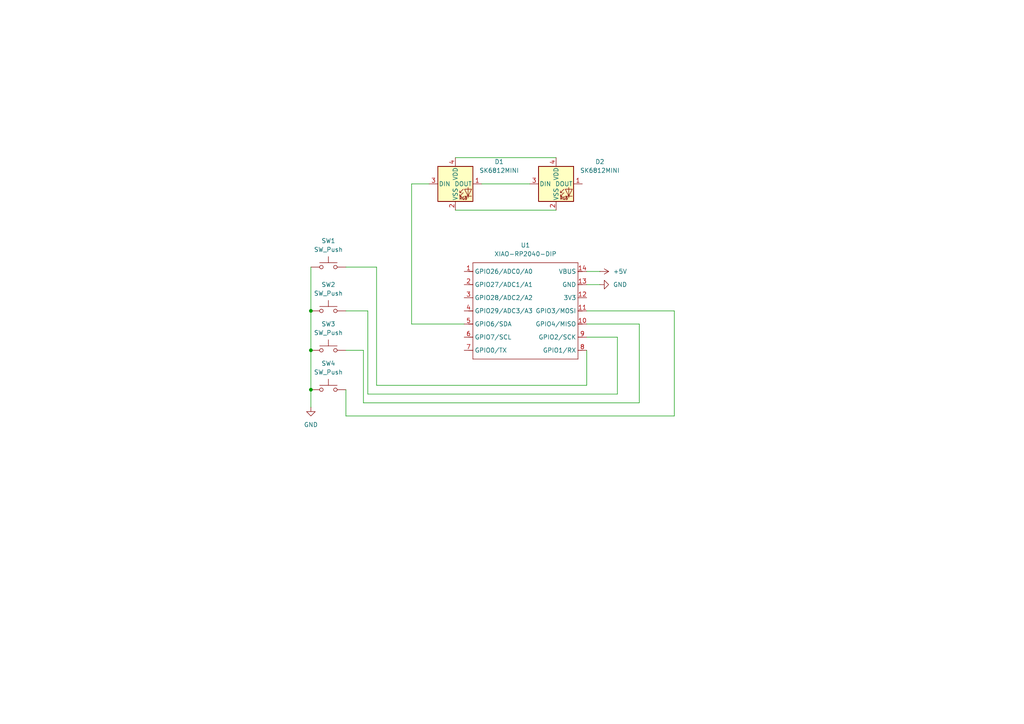
<source format=kicad_sch>
(kicad_sch (version 20250114) (generator "eeschema") (generator_version "9.0")
  (paper "A4")
  (lib_symbols
    (symbol "LED:SK6812MINI" (pin_names (offset 0.254))
      (property "Reference" "D" (at 5.08 5.715 0))
      (property "Value" "SK6812MINI" (at 1.27 -5.715 0))
      (symbol "SK6812MINI_0_0"
        (text "RGB" (at 2.286 -4.191 0) (effects (font (size 0.762 0.762))))
      )
      (symbol "SK6812MINI_0_1"
        (polyline (pts (xy 1.27 -2.54) (xy 1.778 -2.54)))
        (polyline (pts (xy 1.27 -3.556) (xy 1.778 -3.556)))
        (polyline (pts (xy 2.286 -1.524) (xy 1.27 -2.54) (xy 1.27 -2.032)))
        (polyline (pts (xy 2.286 -2.54) (xy 1.27 -3.556) (xy 1.27 -3.048)))
        (polyline (pts (xy 3.683 -1.016) (xy 3.683 -3.556) (xy 3.683 -4.064)))
        (polyline (pts (xy 4.699 -1.524) (xy 2.667 -1.524) (xy 3.683 -3.556) (xy 4.699 -1.524)))
        (polyline (pts (xy 4.699 -3.556) (xy 2.667 -3.556)))
        (rectangle (start 5.08 5.08) (end -5.08 -5.08) (stroke (width 0.254)) (fill (type background)))
      )
      (symbol "SK6812MINI_1_1"
        (pin input line (at -7.62 0 0) (length 2.54) (name "DIN") (number "3"))
        (pin power_in line (at 0 7.62 270) (length 2.54) (name "VDD") (number "4"))
        (pin power_in line (at 0 -7.62 90) (length 2.54) (name "VSS") (number "2"))
        (pin output line (at 7.62 0 180) (length 2.54) (name "DOUT") (number "1"))
      )
    )
    (symbol "OPL:XIAO-RP2040-DIP"
      (property "Reference" "U" (at 0 0 0))
      (property "Value" "XIAO-RP2040-DIP" (at 5.334 -1.778 0))
      (symbol "XIAO-RP2040-DIP_1_0"
        (polyline (pts (xy -1.27 -2.54) (xy 29.21 -2.54)) (stroke (width 0.1524)))
        (polyline (pts (xy -1.27 -5.08) (xy -2.54 -5.08)) (stroke (width 0.1524)))
        (polyline (pts (xy -1.27 -5.08) (xy -1.27 -2.54)) (stroke (width 0.1524)))
        (polyline (pts (xy -1.27 -8.89) (xy -2.54 -8.89)) (stroke (width 0.1524)))
        (polyline (pts (xy -1.27 -8.89) (xy -1.27 -5.08)) (stroke (width 0.1524)))
        (polyline (pts (xy -1.27 -12.7) (xy -2.54 -12.7)) (stroke (width 0.1524)))
        (polyline (pts (xy -1.27 -12.7) (xy -1.27 -8.89)) (stroke (width 0.1524)))
        (polyline (pts (xy -1.27 -16.51) (xy -2.54 -16.51)) (stroke (width 0.1524)))
        (polyline (pts (xy -1.27 -16.51) (xy -1.27 -12.7)) (stroke (width 0.1524)))
        (polyline (pts (xy -1.27 -20.32) (xy -2.54 -20.32)) (stroke (width 0.1524)))
        (polyline (pts (xy -1.27 -24.13) (xy -2.54 -24.13)) (stroke (width 0.1524)))
        (polyline (pts (xy -1.27 -27.94) (xy -2.54 -27.94)) (stroke (width 0.1524)))
        (polyline (pts (xy -1.27 -30.48) (xy -1.27 -16.51)) (stroke (width 0.1524)))
        (polyline (pts (xy 29.21 -2.54) (xy 29.21 -5.08)) (stroke (width 0.1524)))
        (polyline (pts (xy 29.21 -5.08) (xy 29.21 -8.89)) (stroke (width 0.1524)))
        (polyline (pts (xy 29.21 -8.89) (xy 29.21 -12.7)) (stroke (width 0.1524)))
        (polyline (pts (xy 29.21 -12.7) (xy 29.21 -30.48)) (stroke (width 0.1524)))
        (polyline (pts (xy 29.21 -30.48) (xy -1.27 -30.48)) (stroke (width 0.1524)))
        (polyline (pts (xy 30.48 -5.08) (xy 29.21 -5.08)) (stroke (width 0.1524)))
        (polyline (pts (xy 30.48 -8.89) (xy 29.21 -8.89)) (stroke (width 0.1524)))
        (polyline (pts (xy 30.48 -12.7) (xy 29.21 -12.7)) (stroke (width 0.1524)))
        (polyline (pts (xy 30.48 -16.51) (xy 29.21 -16.51)) (stroke (width 0.1524)))
        (polyline (pts (xy 30.48 -20.32) (xy 29.21 -20.32)) (stroke (width 0.1524)))
        (polyline (pts (xy 30.48 -24.13) (xy 29.21 -24.13)) (stroke (width 0.1524)))
        (polyline (pts (xy 30.48 -27.94) (xy 29.21 -27.94)) (stroke (width 0.1524)))
        (pin passive line (at -3.81 -5.08 0) (length 2.54) (name "GPIO26/ADC0/A0") (number "1"))
        (pin passive line (at -3.81 -8.89 0) (length 2.54) (name "GPIO27/ADC1/A1") (number "2"))
        (pin passive line (at -3.81 -12.7 0) (length 2.54) (name "GPIO28/ADC2/A2") (number "3"))
        (pin passive line (at -3.81 -16.51 0) (length 2.54) (name "GPIO29/ADC3/A3") (number "4"))
        (pin passive line (at -3.81 -20.32 0) (length 2.54) (name "GPIO6/SDA") (number "5"))
        (pin passive line (at -3.81 -24.13 0) (length 2.54) (name "GPIO7/SCL") (number "6"))
        (pin passive line (at -3.81 -27.94 0) (length 2.54) (name "GPIO0/TX") (number "7"))
        (pin passive line (at 31.75 -5.08 180) (length 2.54) (name "VBUS") (number "14"))
        (pin passive line (at 31.75 -8.89 180) (length 2.54) (name "GND") (number "13"))
        (pin passive line (at 31.75 -12.7 180) (length 2.54) (name "3V3") (number "12"))
        (pin passive line (at 31.75 -16.51 180) (length 2.54) (name "GPIO3/MOSI") (number "11"))
        (pin passive line (at 31.75 -20.32 180) (length 2.54) (name "GPIO4/MISO") (number "10"))
        (pin passive line (at 31.75 -24.13 180) (length 2.54) (name "GPIO2/SCK") (number "9"))
        (pin passive line (at 31.75 -27.94 180) (length 2.54) (name "GPIO1/RX") (number "8"))
      )
    )
    (symbol "Switch:SW_Push" (pin_numbers (hide yes)) (pin_names (offset 1.016) (hide yes))
      (property "Reference" "SW" (at 1.27 2.54 0))
      (property "Value" "SW_Push" (at 0 -1.524 0))
      (symbol "SW_Push_0_1"
        (circle (center -2.032 0) (radius 0.508))
        (polyline (pts (xy 0 1.27) (xy 0 3.048)))
        (circle (center 2.032 0) (radius 0.508))
        (polyline (pts (xy 2.54 1.27) (xy -2.54 1.27)))
        (pin passive line (at -5.08 0 0) (length 2.54) (name "1") (number "1"))
        (pin passive line (at 5.08 0 180) (length 2.54) (name "2") (number "2"))
      )
    )
    (symbol "power:+5V" (power) (pin_numbers (hide yes)) (pin_names (offset 0) (hide yes))
      (property "Value" "+5V" (at 0 3.556 0))
      (symbol "+5V_0_1"
        (polyline (pts (xy -0.762 1.27) (xy 0 2.54)))
        (polyline (pts (xy 0 2.54) (xy 0.762 1.27)))
        (polyline (pts (xy 0 0) (xy 0 2.54)))
      )
      (symbol "+5V_1_1"
        (pin power_in line (at 0 0 90) (length 0) (name "~") (number "1"))
      )
    )
    (symbol "power:GND" (power) (pin_numbers (hide yes)) (pin_names (offset 0) (hide yes))
      (property "Value" "GND" (at 0 -3.81 0))
      (symbol "GND_0_1"
        (polyline (pts (xy 0 0) (xy 0 -1.27) (xy 1.27 -1.27) (xy 0 -2.54) (xy -1.27 -1.27) (xy 0 -1.27)))
      )
      (symbol "GND_1_1"
        (pin power_in line (at 0 0 270) (length 0) (name "~") (number "1"))
      )
    )
  )
  (junction (at 90.17 90.17))
  (junction (at 90.17 101.6))
  (junction (at 90.17 113.03))
  (wire (pts (xy 179.07 114.3) (xy 179.07 97.79)))
  (wire (pts (xy 170.18 78.74) (xy 173.99 78.74)))
  (wire (pts (xy 132.08 45.72) (xy 161.29 45.72)))
  (wire (pts (xy 195.58 120.65) (xy 195.58 90.17)))
  (wire (pts (xy 105.41 116.84) (xy 185.42 116.84)))
  (wire (pts (xy 90.17 77.47) (xy 90.17 90.17)))
  (wire (pts (xy 185.42 93.98) (xy 170.18 93.98)))
  (wire (pts (xy 100.33 101.6) (xy 105.41 101.6)))
  (wire (pts (xy 119.38 93.98) (xy 119.38 53.34)))
  (wire (pts (xy 119.38 53.34) (xy 124.46 53.34)))
  (wire (pts (xy 139.7 53.34) (xy 153.67 53.34)))
  (wire (pts (xy 100.33 120.65) (xy 195.58 120.65)))
  (wire (pts (xy 185.42 116.84) (xy 185.42 93.98)))
  (wire (pts (xy 105.41 101.6) (xy 105.41 116.84)))
  (wire (pts (xy 195.58 90.17) (xy 170.18 90.17)))
  (wire (pts (xy 179.07 97.79) (xy 170.18 97.79)))
  (wire (pts (xy 170.18 111.76) (xy 170.18 101.6)))
  (wire (pts (xy 132.08 60.96) (xy 161.29 60.96)))
  (wire (pts (xy 134.62 93.98) (xy 119.38 93.98)))
  (wire (pts (xy 170.18 82.55) (xy 173.99 82.55)))
  (wire (pts (xy 106.68 90.17) (xy 106.68 114.3)))
  (wire (pts (xy 100.33 77.47) (xy 109.22 77.47)))
  (wire (pts (xy 106.68 114.3) (xy 179.07 114.3)))
  (wire (pts (xy 109.22 77.47) (xy 109.22 111.76)))
  (wire (pts (xy 90.17 90.17) (xy 90.17 101.6)))
  (wire (pts (xy 100.33 113.03) (xy 100.33 120.65)))
  (wire (pts (xy 90.17 118.11) (xy 90.17 113.03)))
  (wire (pts (xy 90.17 101.6) (xy 90.17 113.03)))
  (wire (pts (xy 100.33 90.17) (xy 106.68 90.17)))
  (wire (pts (xy 109.22 111.76) (xy 170.18 111.76)))
  (symbol (lib_id "power:GND") (at 173.99 82.55 90) (unit 1)
    (property "Reference" "#PWR02" (effects (hide yes)))
    (property "Value" "GND" (at 177.8 82.5499 90) (effects (justify right)))
    (property "Description" "Power symbol creates a global label with name \"GND\" , ground" (effects (hide yes)))
  )
  (symbol (lib_id "LED:SK6812MINI") (at 161.29 53.34 0) (unit 1)
    (property "Reference" "D2" (at 173.99 46.9198 0))
    (property "Value" "SK6812MINI" (at 173.99 49.4598 0))
    (property "Footprint" "LED_SMD:LED_SK6812MINI_PLCC4_3.5x3.5mm_P1.75mm" (effects (hide yes)))
    (property "Datasheet" "https://cdn-shop.adafruit.com/product-files/2686/SK6812MINI_REV.01-1-2.pdf" (effects (hide yes)))
    (property "Description" "RGB LED with integrated controller" (effects (hide yes)))
  )
  (symbol (lib_id "Switch:SW_Push") (at 95.25 90.17 0) (unit 1)
    (property "Reference" "SW2" (at 95.25 82.55 0))
    (property "Value" "SW_Push" (at 95.25 85.09 0))
    (property "Footprint" "Button_Switch_Keyboard:SW_Cherry_MX_1.00u_PCB" (effects (hide yes)))
    (property "Description" "Push button switch, generic, two pins" (effects (hide yes)))
  )
  (symbol (lib_id "Switch:SW_Push") (at 95.25 113.03 0) (unit 1)
    (property "Reference" "SW4" (at 95.25 105.41 0))
    (property "Value" "SW_Push" (at 95.25 107.95 0))
    (property "Footprint" "Button_Switch_Keyboard:SW_Cherry_MX_1.00u_PCB" (effects (hide yes)))
    (property "Description" "Push button switch, generic, two pins" (effects (hide yes)))
  )
  (symbol (lib_id "Switch:SW_Push") (at 95.25 101.6 0) (unit 1)
    (property "Reference" "SW3" (at 95.25 93.98 0))
    (property "Value" "SW_Push" (at 95.25 96.52 0))
    (property "Footprint" "Button_Switch_Keyboard:SW_Cherry_MX_1.00u_PCB" (effects (hide yes)))
    (property "Description" "Push button switch, generic, two pins" (effects (hide yes)))
  )
  (symbol (lib_id "Switch:SW_Push") (at 95.25 77.47 0) (unit 1)
    (property "Reference" "SW1" (at 95.25 69.85 0))
    (property "Value" "SW_Push" (at 95.25 72.39 0))
    (property "Footprint" "Button_Switch_Keyboard:SW_Cherry_MX_1.00u_PCB" (effects (hide yes)))
    (property "Description" "Push button switch, generic, two pins" (effects (hide yes)))
  )
  (symbol (lib_id "power:GND") (at 90.17 118.11 0) (unit 1)
    (property "Reference" "#PWR01" (effects (hide yes)))
    (property "Value" "GND" (at 90.17 123.19 0))
    (property "Description" "Power symbol creates a global label with name \"GND\" , ground" (effects (hide yes)))
  )
  (symbol (lib_id "OPL:XIAO-RP2040-DIP") (at 138.43 73.66 0) (unit 1)
    (property "Reference" "U1" (at 152.4 71.12 0))
    (property "Value" "XIAO-RP2040-DIP" (at 152.4 73.66 0))
    (property "Footprint" "OPL:XIAO-RP2350-DIP" (effects (hide yes)))
  )
  (symbol (lib_id "LED:SK6812MINI") (at 132.08 53.34 0) (unit 1)
    (property "Reference" "D1" (at 144.78 46.9198 0))
    (property "Value" "SK6812MINI" (at 144.78 49.4598 0))
    (property "Footprint" "LED_SMD:LED_SK6812MINI_PLCC4_3.5x3.5mm_P1.75mm" (effects (hide yes)))
    (property "Datasheet" "https://cdn-shop.adafruit.com/product-files/2686/SK6812MINI_REV.01-1-2.pdf" (effects (hide yes)))
    (property "Description" "RGB LED with integrated controller" (effects (hide yes)))
  )
  (symbol (lib_id "power:+5V") (at 173.99 78.74 270) (unit 1)
    (property "Reference" "#PWR03" (effects (hide yes)))
    (property "Value" "+5V" (at 177.8 78.7399 90) (effects (justify left)))
    (property "Description" "Power symbol creates a global label with name \"+5V\"" (effects (hide yes)))
  )
)
</source>
